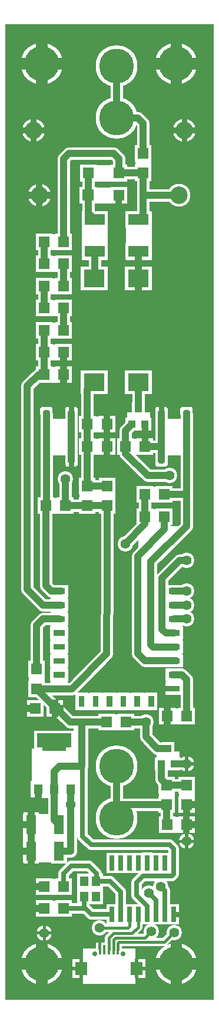
<source format=gbr>
%FSLAX34Y34*%
%MOMM*%
%LNSILK_TOP*%
G71*
G01*
%ADD10C, 1.80*%
%ADD11R, 2.40X2.40*%
%ADD12R, 3.80X2.40*%
%ADD13C, 2.20*%
%ADD14R, 2.20X2.40*%
%ADD15R, 4.50X2.40*%
%ADD16R, 5.80X2.80*%
%ADD17R, 2.18X3.59*%
%ADD18C, 1.00*%
%ADD19R, 1.50X3.00*%
%ADD20R, 2.00X2.20*%
%ADD21C, 1.50*%
%ADD22R, 1.20X2.15*%
%ADD23R, 2.60X2.70*%
%ADD24C, 1.50*%
%ADD25C, 1.20*%
%ADD26C, 6.00*%
%ADD27C, 0.10*%
%ADD28C, 6.00*%
%ADD29R, 4.00X3.50*%
%ADD30R, 1.60X2.20*%
%ADD31R, 1.90X1.90*%
%ADD32C, 3.30*%
%ADD33C, 1.00*%
%ADD34C, 1.00*%
%ADD35C, 1.00*%
%ADD36C, 1.00*%
%ADD37C, 0.47*%
%ADD38C, 0.70*%
%ADD39C, 0.40*%
%ADD40C, 0.50*%
%ADD41C, 0.46*%
%ADD42C, 1.67*%
%ADD43C, 0.80*%
%ADD44C, 1.00*%
%ADD45R, 1.60X1.60*%
%ADD46R, 3.00X1.60*%
%ADD47C, 1.40*%
%ADD48R, 1.20X1.40*%
%ADD49R, 3.50X1.40*%
%ADD50R, 5.00X2.00*%
%ADD51R, 1.38X2.79*%
%ADD52R, 0.70X2.20*%
%ADD53R, 0.40X1.35*%
%ADD54R, 1.80X1.90*%
%ADD55C, 0.70*%
%ADD56C, 5.00*%
%ADD57C, 5.00*%
%ADD58R, 3.00X2.50*%
%ADD59R, 0.80X1.40*%
%ADD60R, 1.10X1.10*%
%ADD61C, 2.50*%
%LPD*%
G36*
X0Y1000000D02*
X-300000Y1000000D01*
X-300000Y-400000D01*
X0Y-400000D01*
X0Y1000000D01*
G37*
%LPC*%
G54D10*
X-140036Y940317D02*
X-140035Y865313D01*
G54D10*
X-140141Y-139682D02*
X-140142Y-64678D01*
X-101935Y814513D02*
G54D11*
D03*
X-101935Y786513D02*
G54D11*
D03*
G54D10*
X-101935Y814513D02*
X-101935Y857585D01*
X-109538Y865188D01*
X-139909Y865188D01*
X-140035Y865313D01*
X-136860Y754760D02*
G54D11*
D03*
G36*
X-168860Y766763D02*
X-192860Y766763D01*
X-192860Y742763D01*
X-168860Y742763D01*
X-168860Y766763D01*
G37*
X-180860Y786513D02*
G54D11*
D03*
X-136860Y786513D02*
G54D11*
D03*
X-108395Y719841D02*
G54D12*
D03*
X-108390Y673738D02*
G54D12*
D03*
G54D10*
X-101935Y786513D02*
X-136860Y786513D01*
G54D10*
X-180860Y754763D02*
X-180860Y786513D01*
X-171335Y719838D02*
G54D12*
D03*
X-171335Y673738D02*
G54D12*
D03*
G54D10*
X-180860Y754763D02*
X-180860Y729363D01*
X-171335Y719838D01*
X-243785Y688088D02*
G54D11*
D03*
X-215785Y688088D02*
G54D11*
D03*
X-243785Y656338D02*
G54D11*
D03*
X-215785Y656338D02*
G54D11*
D03*
X-243785Y624588D02*
G54D11*
D03*
X-215785Y624588D02*
G54D11*
D03*
X-243785Y592838D02*
G54D11*
D03*
X-215785Y592838D02*
G54D11*
D03*
X-243785Y561088D02*
G54D11*
D03*
X-215785Y561088D02*
G54D11*
D03*
X-243785Y529338D02*
G54D11*
D03*
X-215785Y529335D02*
G54D11*
D03*
G54D10*
X-243785Y688088D02*
X-243785Y656338D01*
G54D10*
X-215785Y656338D02*
X-215785Y624588D01*
G54D10*
X-243785Y624588D02*
X-243785Y592838D01*
G54D10*
X-215785Y592838D02*
X-215785Y561088D01*
G54D10*
X-243785Y561088D02*
X-243785Y529338D01*
G54D10*
X-171335Y673738D02*
X-171335Y635809D01*
X-171838Y635306D01*
X-243785Y497588D02*
G54D11*
D03*
X-215785Y497585D02*
G54D11*
D03*
G54D10*
X-243785Y529338D02*
X-243785Y497588D01*
G54D10*
X-108338Y447981D02*
X-108338Y486081D01*
X-126838Y394031D02*
G54D11*
D03*
X-98840Y394030D02*
G54D11*
D03*
G54D10*
X-126838Y394031D02*
X-126838Y416781D01*
X-117838Y425781D01*
X-181825Y394031D02*
G54D11*
D03*
X-153830Y394030D02*
G54D11*
D03*
X-181825Y425781D02*
G54D11*
D03*
X-153830Y425780D02*
G54D11*
D03*
G54D10*
X-181825Y394031D02*
X-181825Y425781D01*
X-181825Y476093D01*
X-171838Y486081D01*
X-181825Y308881D02*
G54D11*
D03*
X-181825Y336881D02*
G54D11*
D03*
X-153825Y308881D02*
G54D11*
D03*
X-153825Y336881D02*
G54D11*
D03*
G54D10*
X-153825Y336881D02*
X-181825Y336881D01*
X-181825Y394031D01*
G54D10*
X-181825Y308881D02*
X-153825Y308881D01*
G54D10*
X-240788Y439738D02*
X-240788Y375738D01*
G36*
X-249788Y439738D02*
X-231788Y439738D01*
X-231788Y448738D01*
X-249788Y448738D01*
X-249788Y439738D01*
G37*
X-241575Y308881D02*
G54D11*
D03*
X-213575Y308881D02*
G54D11*
D03*
G54D10*
X-240788Y375738D02*
X-240788Y309668D01*
X-241575Y308881D01*
G54D10*
X-213575Y308881D02*
X-181825Y308881D01*
G54D10*
X-39291Y439738D02*
X-39291Y375738D01*
X-39302Y279920D01*
G36*
X-48291Y439738D02*
X-30291Y439738D01*
X-30291Y448738D01*
X-48291Y448738D01*
X-48291Y439738D01*
G37*
X-63912Y352756D02*
G54D13*
D03*
X-213575Y346981D02*
G54D13*
D03*
G54D10*
X-213575Y308881D02*
X-213575Y346981D01*
G36*
X-235947Y37264D02*
X-209947Y37264D01*
X-209947Y55264D01*
X-235947Y55264D01*
X-235947Y37264D01*
G37*
G54D10*
X-222947Y186264D02*
X-233890Y186264D01*
X-241501Y193878D01*
X-241575Y308881D01*
G36*
X-222947Y195264D02*
X-222947Y177264D01*
X-213947Y177264D01*
X-213947Y195264D01*
X-222947Y195264D01*
G37*
G54D10*
X-222947Y166264D02*
X-245640Y166264D01*
X-268288Y188912D01*
X-268288Y481012D01*
X-251712Y497588D01*
X-243785Y497588D01*
G36*
X-222947Y175264D02*
X-222947Y157264D01*
X-213947Y157264D01*
X-213947Y175264D01*
X-222947Y175264D01*
G37*
X-254697Y46264D02*
G54D11*
D03*
X-254697Y74264D02*
G54D11*
D03*
G54D10*
X-153825Y308881D02*
X-153825Y208124D01*
X-153988Y96838D01*
X-204560Y46264D01*
X-222947Y46264D01*
X-254697Y46264D01*
G54D10*
X-222947Y146264D02*
X-245640Y146264D01*
X-254695Y137222D01*
X-254697Y74264D01*
G36*
X-222947Y155264D02*
X-222947Y137264D01*
X-213947Y137264D01*
X-213947Y155264D01*
X-222947Y155264D01*
G37*
X-39298Y6564D02*
G54D11*
D03*
X-67300Y6560D02*
G54D11*
D03*
X-99041Y293188D02*
G54D11*
D03*
X-71041Y293188D02*
G54D11*
D03*
X-99041Y324938D02*
G54D11*
D03*
X-71041Y324938D02*
G54D11*
D03*
G54D10*
X-99041Y324938D02*
X-99041Y293188D01*
G54D10*
X-71041Y324938D02*
X-40188Y324938D01*
G54D10*
X-57232Y86264D02*
X-98964Y86264D01*
X-109538Y96838D01*
X-109437Y236692D01*
X-71056Y275018D01*
X-71041Y293188D01*
G36*
X-57232Y95264D02*
X-57232Y77264D01*
X-48232Y77264D01*
X-48232Y95264D01*
X-57232Y95264D01*
G37*
G54D10*
X-57232Y106264D02*
X-87214Y106264D01*
X-90488Y109538D01*
X-90488Y228600D01*
X-39302Y279920D01*
G36*
X-57232Y115264D02*
X-57232Y97264D01*
X-48232Y97264D01*
X-48232Y115264D01*
X-57232Y115264D01*
G37*
X-39298Y230188D02*
G54D13*
D03*
X-127412Y254330D02*
G54D13*
D03*
G54D10*
X-126838Y394031D02*
X-126838Y384013D01*
X-95362Y352720D01*
X-63912Y352756D01*
X-39298Y186264D02*
G54D13*
D03*
X-39298Y166264D02*
G54D13*
D03*
X-39298Y146264D02*
G54D13*
D03*
G54D10*
X-39298Y186264D02*
X-57232Y186264D01*
G36*
X-57232Y177264D02*
X-57232Y195264D01*
X-66232Y195264D01*
X-66232Y177264D01*
X-57232Y177264D01*
G37*
G54D10*
X-39298Y166264D02*
X-57232Y166264D01*
G36*
X-57232Y157264D02*
X-57232Y175264D01*
X-66232Y175264D01*
X-66232Y157264D01*
X-57232Y157264D01*
G37*
G54D10*
X-39298Y146264D02*
X-57232Y146264D01*
G36*
X-57232Y137264D02*
X-57232Y155264D01*
X-66232Y155264D01*
X-66232Y137264D01*
X-57232Y137264D01*
G37*
G54D10*
X-39298Y230188D02*
X-49212Y230188D01*
X-74612Y204788D01*
X-74612Y131762D01*
X-69114Y126264D01*
X-57232Y126264D01*
G54D10*
X-39298Y6564D02*
X-39298Y59538D01*
X-46038Y66278D01*
X-57232Y66264D01*
G36*
X-57221Y57264D02*
X-57243Y75264D01*
X-66243Y75254D01*
X-66221Y57254D01*
X-57221Y57264D01*
G37*
X-206297Y-97888D02*
G54D14*
D03*
G36*
X-218296Y-85889D02*
X-240296Y-85888D01*
X-240297Y-109888D01*
X-218297Y-109889D01*
X-218296Y-85889D01*
G37*
X-252300Y-97890D02*
G54D14*
D03*
X-229297Y-35889D02*
G54D15*
D03*
X-229297Y-27951D02*
G54D16*
D03*
X-154506Y-1360D02*
G54D11*
D03*
X-126506Y-1360D02*
G54D11*
D03*
G54D10*
X-154506Y-1360D02*
X-207072Y-1360D01*
X-254697Y46264D01*
X-97931Y-1360D02*
G54D13*
D03*
G54D10*
X-126506Y-1360D02*
X-97931Y-1360D01*
X-97949Y-22650D01*
X-81190Y-39460D01*
X-66181Y-39460D01*
X-222946Y-148688D02*
G54D17*
D03*
X-262850Y-148690D02*
G54D17*
D03*
X-39300Y-119860D02*
G54D11*
D03*
X-39298Y-91860D02*
G54D11*
D03*
X-67872Y-119860D02*
G54D11*
D03*
X-67872Y-91860D02*
G54D11*
D03*
X-67476Y-148832D02*
G54D11*
D03*
X-39480Y-148830D02*
G54D11*
D03*
X-39218Y-61660D02*
G54D13*
D03*
G54D10*
X-75681Y-61660D02*
X-75681Y-84052D01*
X-67872Y-91860D01*
X-39298Y-91860D01*
G54D10*
X-67872Y-119860D02*
X-137314Y-119860D01*
G54D10*
X-67872Y-119860D02*
X-67872Y-148436D01*
X-67476Y-148832D01*
G54D18*
X-56681Y-61660D02*
X-39218Y-61660D01*
G54D10*
X-222946Y-186788D02*
X-206315Y-186788D01*
X-206297Y-97888D01*
X-39300Y-172870D02*
G54D13*
D03*
X-57780Y-277890D02*
G54D19*
D03*
X-70484Y-277890D02*
G54D19*
D03*
X-83184Y-277890D02*
G54D19*
D03*
X-95884Y-277890D02*
G54D19*
D03*
X-108584Y-277890D02*
G54D19*
D03*
X-121284Y-277890D02*
G54D19*
D03*
X-133984Y-277890D02*
G54D19*
D03*
X-146684Y-277890D02*
G54D19*
D03*
X-146684Y-203890D02*
G54D19*
D03*
X-133984Y-203890D02*
G54D19*
D03*
X-121284Y-203890D02*
G54D19*
D03*
X-108584Y-203890D02*
G54D19*
D03*
G36*
X-88383Y-188890D02*
X-103383Y-188890D01*
X-103384Y-218890D01*
X-88384Y-218890D01*
X-88383Y-188890D01*
G37*
X-83184Y-203890D02*
G54D19*
D03*
X-70484Y-203890D02*
G54D19*
D03*
X-57784Y-203890D02*
G54D19*
D03*
X-76788Y-237418D02*
G54D13*
D03*
X-93600Y-246938D02*
G54D13*
D03*
X-186767Y-229976D02*
G54D20*
D03*
X-186767Y-251804D02*
G54D20*
D03*
X-169701Y-229976D02*
G54D20*
D03*
X-169701Y-251804D02*
G54D20*
D03*
G54D21*
X-133984Y-277890D02*
X-133984Y-245429D01*
X-149454Y-229958D01*
X-169701Y-229976D01*
G54D21*
X-186767Y-251804D02*
X-186767Y-267258D01*
X-176154Y-277842D01*
X-146684Y-277890D01*
X-243800Y-237590D02*
G54D11*
D03*
X-215797Y-237588D02*
G54D11*
D03*
G54D21*
X-215797Y-269338D02*
X-185672Y-269338D01*
G54D21*
X-215797Y-237588D02*
X-215797Y-218972D01*
X-204788Y-207962D01*
X-179388Y-207962D01*
G54D21*
X-168378Y-224888D02*
X-168378Y-218972D01*
X-179388Y-207962D01*
G54D10*
X-190103Y-3175D02*
X-190103Y-65088D01*
X-221853Y-65088D01*
X-229296Y-72531D01*
X-229296Y-97888D01*
X-229296Y-142338D01*
X-222946Y-148688D01*
X-137812Y-328612D02*
G54D22*
D03*
X-144312Y-328612D02*
G54D22*
D03*
X-150812Y-328612D02*
G54D22*
D03*
X-157312Y-328612D02*
G54D22*
D03*
X-163810Y-328610D02*
G54D22*
D03*
X-110810Y-355360D02*
G54D23*
D03*
X-190810Y-355360D02*
G54D23*
D03*
X-130810Y-333860D02*
G54D24*
D03*
X-170810Y-333860D02*
G54D24*
D03*
G54D25*
X-108584Y-277890D02*
X-108584Y-295909D01*
X-117475Y-304800D01*
X-144462Y-304800D01*
X-150812Y-311150D01*
X-150812Y-328612D01*
G54D25*
X-57784Y-303846D02*
X-71438Y-317500D01*
X-136525Y-317500D01*
X-137812Y-318788D01*
X-137812Y-328612D01*
X-89631Y-301707D02*
G54D13*
D03*
G54D25*
X-144312Y-328612D02*
X-144312Y-314325D01*
X-141138Y-311150D01*
X-99074Y-311150D01*
X-89631Y-301707D01*
G54D25*
X-121284Y-277890D02*
X-121284Y-294321D01*
X-123825Y-296862D01*
X-164161Y-296862D01*
X-164161Y-296862D02*
G54D13*
D03*
X-243800Y-304260D02*
G54D13*
D03*
X-206297Y-120114D02*
G54D13*
D03*
X-56990Y-303846D02*
G54D13*
D03*
G54D21*
X-70484Y-277890D02*
X-70484Y-243721D01*
X-76788Y-237418D01*
G54D21*
X-83184Y-277890D02*
X-83184Y-257354D01*
X-93600Y-246938D01*
G54D21*
X-188595Y-56753D02*
X-188595Y-165497D01*
X-176292Y-177800D01*
X-63579Y-177800D01*
X-57773Y-183607D01*
X-57784Y-203947D01*
X-57798Y-218106D01*
X-57798Y-219723D01*
X-60325Y-222250D01*
X-101600Y-222250D01*
X-111125Y-231775D01*
X-111125Y-250825D01*
X-95884Y-266066D01*
X-95884Y-277890D01*
X-53975Y-348672D02*
G54D26*
D03*
X-247650Y-348672D02*
G54D26*
D03*
X-53975Y943553D02*
G54D26*
D03*
X-247650Y943553D02*
G54D26*
D03*
X-222946Y-186788D02*
G54D17*
D03*
X-262850Y-186790D02*
G54D17*
D03*
X-243800Y-269340D02*
G54D11*
D03*
X-215797Y-269338D02*
G54D11*
D03*
G36*
X-193000Y328096D02*
X-193000Y317778D01*
X-142597Y317778D01*
X-142597Y328096D01*
X-193000Y328096D01*
G37*
G54D27*
X-193000Y328096D02*
X-193000Y317778D01*
X-142597Y317778D01*
X-142597Y328096D01*
X-193000Y328096D01*
G36*
X-112935Y775513D02*
X-90935Y775513D01*
X-90935Y825513D01*
X-112935Y825513D01*
X-112935Y775513D01*
G37*
G54D27*
X-112935Y775513D02*
X-90935Y775513D01*
X-90935Y825513D01*
X-112935Y825513D01*
X-112935Y775513D01*
G36*
X-204785Y677088D02*
X-204785Y699088D01*
X-254785Y699088D01*
X-254785Y677088D01*
X-204785Y677088D01*
G37*
G54D27*
X-204785Y677088D02*
X-204785Y699088D01*
X-254785Y699088D01*
X-254785Y677088D01*
X-204785Y677088D01*
G36*
X-204785Y645338D02*
X-204785Y667338D01*
X-254785Y667338D01*
X-254785Y645338D01*
X-204785Y645338D01*
G37*
G54D27*
X-204785Y645338D02*
X-204785Y667338D01*
X-254785Y667338D01*
X-254785Y645338D01*
X-204785Y645338D01*
G36*
X-204785Y613588D02*
X-204785Y635588D01*
X-254785Y635588D01*
X-254785Y613588D01*
X-204785Y613588D01*
G37*
G54D27*
X-204785Y613588D02*
X-204785Y635588D01*
X-254785Y635588D01*
X-254785Y613588D01*
X-204785Y613588D01*
G36*
X-204785Y581838D02*
X-204785Y603838D01*
X-254785Y603838D01*
X-254785Y581838D01*
X-204785Y581838D01*
G37*
G54D27*
X-204785Y581838D02*
X-204785Y603838D01*
X-254785Y603838D01*
X-254785Y581838D01*
X-204785Y581838D01*
G36*
X-204785Y550088D02*
X-204785Y572088D01*
X-254785Y572088D01*
X-254785Y550088D01*
X-204785Y550088D01*
G37*
G54D27*
X-204785Y550088D02*
X-204785Y572088D01*
X-254785Y572088D01*
X-254785Y550088D01*
X-204785Y550088D01*
G36*
X-204785Y518338D02*
X-204785Y540338D01*
X-254785Y540338D01*
X-254785Y518338D01*
X-204785Y518338D01*
G37*
G54D27*
X-204785Y518338D02*
X-204785Y540338D01*
X-254785Y540338D01*
X-254785Y518338D01*
X-204785Y518338D01*
G36*
X-204785Y486588D02*
X-204785Y508588D01*
X-254785Y508588D01*
X-254785Y486588D01*
X-204785Y486588D01*
G37*
G54D27*
X-204785Y486588D02*
X-204785Y508588D01*
X-254785Y508588D01*
X-254785Y486588D01*
X-204785Y486588D01*
G36*
X-125724Y775302D02*
X-125724Y797699D01*
X-191996Y797699D01*
X-191996Y775302D01*
X-125724Y775302D01*
G37*
G54D27*
X-125724Y775302D02*
X-125724Y797699D01*
X-191996Y797699D01*
X-191996Y775302D01*
X-125724Y775302D01*
G36*
X-125723Y743578D02*
X-125723Y765975D01*
X-191995Y765975D01*
X-191995Y743578D01*
X-125723Y743578D01*
G37*
G54D27*
X-125723Y743578D02*
X-125723Y765975D01*
X-191995Y765975D01*
X-191995Y743578D01*
X-125723Y743578D01*
G36*
X-90053Y662465D02*
X-90053Y731118D01*
X-126737Y731118D01*
X-126737Y662465D01*
X-90053Y662465D01*
G37*
G54D27*
X-90053Y662465D02*
X-90053Y731118D01*
X-126737Y731118D01*
X-126737Y662465D01*
X-90053Y662465D01*
G36*
X-152992Y662462D02*
X-152992Y731115D01*
X-189677Y731115D01*
X-189677Y662462D01*
X-152992Y662462D01*
G37*
G54D27*
X-152992Y662462D02*
X-152992Y731115D01*
X-189677Y731115D01*
X-189677Y662462D01*
X-152992Y662462D01*
G54D10*
X-98840Y394030D02*
X-76530Y394030D01*
G36*
X-76530Y403030D02*
X-76530Y385030D01*
X-67530Y385030D01*
X-67530Y403030D01*
X-76530Y403030D01*
G37*
G54D10*
X-75290Y439740D02*
X-75290Y375740D01*
G36*
X-84290Y439740D02*
X-66290Y439740D01*
X-66290Y448740D01*
X-84290Y448740D01*
X-84290Y439740D01*
G37*
G36*
X-66290Y375740D02*
X-84290Y375740D01*
X-84290Y366740D01*
X-66290Y366740D01*
X-66290Y375740D01*
G37*
G54D10*
X-204790Y439740D02*
X-204790Y375740D01*
G36*
X-213790Y439740D02*
X-195790Y439740D01*
X-195790Y448740D01*
X-213790Y448740D01*
X-213790Y439740D01*
G37*
G36*
X-195790Y375740D02*
X-213790Y375740D01*
X-213790Y366740D01*
X-195790Y366740D01*
X-195790Y375740D01*
G37*
G36*
X-31291Y433738D02*
X-83291Y433738D01*
X-83291Y381738D01*
X-31291Y381738D01*
X-31291Y433738D01*
G37*
G54D27*
X-31291Y433738D02*
X-83291Y433738D01*
X-83291Y381738D01*
X-31291Y381738D01*
X-31291Y433738D01*
G36*
X-87838Y405031D02*
X-137838Y405031D01*
X-137838Y383031D01*
X-87838Y383031D01*
X-87838Y405031D01*
G37*
G54D27*
X-87838Y405031D02*
X-137838Y405031D01*
X-137838Y383031D01*
X-87838Y383031D01*
X-87838Y405031D01*
G36*
X-92438Y443181D02*
X-124238Y443181D01*
X-124238Y430481D01*
X-92438Y430481D01*
X-92438Y443181D01*
G37*
G54D27*
X-92438Y443181D02*
X-124238Y443181D01*
X-124238Y430481D01*
X-92438Y430481D01*
X-92438Y443181D01*
G36*
X-142825Y436781D02*
X-192825Y436781D01*
X-192825Y414781D01*
X-142825Y414781D01*
X-142825Y436781D01*
G37*
G54D27*
X-142825Y436781D02*
X-192825Y436781D01*
X-192825Y414781D01*
X-142825Y414781D01*
X-142825Y436781D01*
G36*
X-142825Y405031D02*
X-192825Y405031D01*
X-192825Y383031D01*
X-142825Y383031D01*
X-142825Y405031D01*
G37*
G54D27*
X-142825Y405031D02*
X-192825Y405031D01*
X-192825Y383031D01*
X-142825Y383031D01*
X-142825Y405031D01*
G36*
X-196788Y433738D02*
X-248788Y433738D01*
X-248788Y381738D01*
X-196788Y381738D01*
X-196788Y433738D01*
G37*
G54D27*
X-196788Y433738D02*
X-248788Y433738D01*
X-248788Y381738D01*
X-196788Y381738D01*
X-196788Y433738D01*
G36*
X-202575Y319881D02*
X-252575Y319881D01*
X-252575Y297881D01*
X-202575Y297881D01*
X-202575Y319881D01*
G37*
G54D27*
X-202575Y319881D02*
X-252575Y319881D01*
X-252575Y297881D01*
X-202575Y297881D01*
X-202575Y319881D01*
G36*
X-60041Y335938D02*
X-110041Y335938D01*
X-110041Y313938D01*
X-60041Y313938D01*
X-60041Y335938D01*
G37*
G54D27*
X-60041Y335938D02*
X-110041Y335938D01*
X-110041Y313938D01*
X-60041Y313938D01*
X-60041Y335938D01*
G36*
X-60041Y304188D02*
X-110041Y304188D01*
X-110041Y282188D01*
X-60041Y282188D01*
X-60041Y304188D01*
G37*
G54D27*
X-60041Y304188D02*
X-110041Y304188D01*
X-110041Y282188D01*
X-60041Y282188D01*
X-60041Y304188D01*
G36*
X-243697Y85264D02*
X-265697Y85264D01*
X-265697Y35264D01*
X-243697Y35264D01*
X-243697Y85264D01*
G37*
G54D27*
X-243697Y85264D02*
X-265697Y85264D01*
X-265697Y35264D01*
X-243697Y35264D01*
X-243697Y85264D01*
G36*
X-28298Y17564D02*
X-78298Y17564D01*
X-78298Y-4436D01*
X-28298Y-4436D01*
X-28298Y17564D01*
G37*
G54D27*
X-28298Y17564D02*
X-78298Y17564D01*
X-78298Y-4436D01*
X-28298Y-4436D01*
X-28298Y17564D01*
G36*
X-115506Y9640D02*
X-165506Y9640D01*
X-165506Y-12360D01*
X-115506Y-12360D01*
X-115506Y9640D01*
G37*
G54D27*
X-115506Y9640D02*
X-165506Y9640D01*
X-165506Y-12360D01*
X-115506Y-12360D01*
X-115506Y9640D01*
G36*
X-50281Y-44260D02*
X-82081Y-44260D01*
X-82081Y-56960D01*
X-50281Y-56960D01*
X-50281Y-44260D01*
G37*
G54D27*
X-50281Y-44260D02*
X-82081Y-44260D01*
X-82081Y-56960D01*
X-50281Y-56960D01*
X-50281Y-44260D01*
G36*
X-196796Y-50389D02*
X-261797Y-50389D01*
X-261797Y-85388D01*
X-196796Y-85388D01*
X-196796Y-50389D01*
G37*
G54D27*
X-196796Y-50389D02*
X-261797Y-50389D01*
X-261797Y-85388D01*
X-196796Y-85388D01*
X-196796Y-50389D01*
G36*
X-28298Y-80860D02*
X-50298Y-80860D01*
X-50298Y-130861D01*
X-28298Y-130861D01*
X-28298Y-80860D01*
G37*
G54D27*
X-28298Y-80860D02*
X-50298Y-80860D01*
X-50298Y-130861D01*
X-28298Y-130861D01*
X-28298Y-80860D01*
G36*
X-56872Y-80860D02*
X-78873Y-80860D01*
X-78873Y-130860D01*
X-56872Y-130860D01*
X-56872Y-80860D01*
G37*
G54D27*
X-56872Y-80860D02*
X-78873Y-80860D01*
X-78873Y-130860D01*
X-56872Y-130860D01*
X-56872Y-80860D01*
G36*
X-28476Y-137832D02*
X-78476Y-137832D01*
X-78476Y-159832D01*
X-28476Y-159832D01*
X-28476Y-137832D01*
G37*
G54D27*
X-28476Y-137832D02*
X-78476Y-137832D01*
X-78476Y-159832D01*
X-28476Y-159832D01*
X-28476Y-137832D01*
G36*
X-211547Y-133688D02*
X-274247Y-133688D01*
X-274247Y-163688D01*
X-211547Y-163688D01*
X-211547Y-133688D01*
G37*
G54D27*
X-211547Y-133688D02*
X-274247Y-133688D01*
X-274247Y-163688D01*
X-211547Y-163688D01*
X-211547Y-133688D01*
G36*
X-211547Y-171788D02*
X-274247Y-171788D01*
X-274247Y-201788D01*
X-211547Y-201788D01*
X-211547Y-171788D01*
G37*
G54D27*
X-211547Y-171788D02*
X-274247Y-171788D01*
X-274247Y-201788D01*
X-211547Y-201788D01*
X-211547Y-171788D01*
G36*
X-211546Y-163688D02*
X-274246Y-163688D01*
X-274246Y-171788D01*
X-211546Y-171788D01*
X-211546Y-163688D01*
G37*
G54D27*
X-211546Y-163688D02*
X-274246Y-163688D01*
X-274246Y-171788D01*
X-211546Y-171788D01*
X-211546Y-163688D01*
G36*
X-162732Y-221991D02*
X-193720Y-221991D01*
X-193720Y-259791D01*
X-162732Y-259791D01*
X-162732Y-221991D01*
G37*
G54D27*
X-162732Y-221991D02*
X-193720Y-221991D01*
X-193720Y-259791D01*
X-162732Y-259791D01*
X-162732Y-221991D01*
G36*
X-204797Y-226588D02*
X-254797Y-226588D01*
X-254797Y-248588D01*
X-204797Y-248588D01*
X-204797Y-226588D01*
G37*
G54D27*
X-204797Y-226588D02*
X-254797Y-226588D01*
X-254797Y-248588D01*
X-204797Y-248588D01*
X-204797Y-226588D01*
G36*
X-204797Y-258338D02*
X-254797Y-258338D01*
X-254797Y-280338D01*
X-204797Y-280338D01*
X-204797Y-258338D01*
G37*
G54D27*
X-204797Y-258338D02*
X-254797Y-258338D01*
X-254797Y-280338D01*
X-204797Y-280338D01*
X-204797Y-258338D01*
G36*
X-113893Y-326469D02*
X-187893Y-326469D01*
X-187893Y-376419D01*
X-113893Y-376419D01*
X-113893Y-326469D01*
G37*
G54D27*
X-113893Y-326469D02*
X-187893Y-326469D01*
X-187893Y-376419D01*
X-113893Y-376419D01*
X-113893Y-326469D01*
G36*
X-107950Y-290512D02*
X-121284Y-290512D01*
X-121284Y-294321D01*
X-107950Y-294321D01*
X-107950Y-290512D01*
G37*
G54D27*
X-107950Y-290512D02*
X-121284Y-290512D01*
X-121284Y-294321D01*
X-107950Y-294321D01*
X-107950Y-290512D01*
G54D10*
X-262850Y-148690D02*
X-262850Y-186790D01*
G36*
X-188595Y-165497D02*
X-206297Y-165497D01*
X-206297Y-97888D01*
X-188595Y-97888D01*
X-188595Y-165497D01*
G37*
G54D27*
X-188595Y-165497D02*
X-206297Y-165497D01*
X-206297Y-97888D01*
X-188595Y-97888D01*
X-188595Y-165497D01*
G36*
X-196796Y-50389D02*
X-255588Y-50389D01*
X-255588Y-109538D01*
X-196796Y-109538D01*
X-196796Y-50389D01*
G37*
G54D27*
X-196796Y-50389D02*
X-255588Y-50389D01*
X-255588Y-109538D01*
X-196796Y-109538D01*
X-196796Y-50389D01*
G36*
X-200025Y-100012D02*
X-229296Y-100012D01*
X-229296Y-142338D01*
X-200025Y-142338D01*
X-200025Y-100012D01*
G37*
G54D27*
X-200025Y-100012D02*
X-229296Y-100012D01*
X-229296Y-142338D01*
X-200025Y-142338D01*
X-200025Y-100012D01*
G36*
X-70484Y-243721D02*
X-90488Y-243721D01*
X-90488Y-257175D01*
X-70484Y-257175D01*
X-70484Y-243721D01*
G37*
G54D27*
X-70484Y-243721D02*
X-90488Y-243721D01*
X-90488Y-257175D01*
X-70484Y-257175D01*
X-70484Y-243721D01*
G36*
X-196796Y-50389D02*
X-261938Y-50389D01*
X-261938Y-39688D01*
X-196796Y-39688D01*
X-196796Y-50389D01*
G37*
G54D27*
X-196796Y-50389D02*
X-261938Y-50389D01*
X-261938Y-39688D01*
X-196796Y-39688D01*
X-196796Y-50389D01*
G36*
X-201612Y-44450D02*
X-190103Y-44450D01*
X-190103Y-3175D01*
X-201612Y-3175D01*
X-201612Y-44450D01*
G37*
G54D27*
X-201612Y-44450D02*
X-190103Y-44450D01*
X-190103Y-3175D01*
X-201612Y-3175D01*
X-201612Y-44450D01*
G36*
X-234950Y50800D02*
X-211138Y50800D01*
X-211138Y193675D01*
X-234950Y193675D01*
X-234950Y50800D01*
G37*
G54D27*
X-234950Y50800D02*
X-211138Y50800D01*
X-211138Y193675D01*
X-234950Y193675D01*
X-234950Y50800D01*
G36*
X-82550Y40084D02*
X-198438Y40084D01*
X-198438Y16272D01*
X-82550Y16272D01*
X-82550Y40084D01*
G37*
G54D27*
X-82550Y40084D02*
X-198438Y40084D01*
X-198438Y16272D01*
X-82550Y16272D01*
X-82550Y40084D01*
G36*
X-39298Y186264D02*
X-75803Y186264D01*
X-75803Y146050D01*
X-39298Y146050D01*
X-39298Y186264D01*
G37*
G54D27*
X-39298Y186264D02*
X-75803Y186264D01*
X-75803Y146050D01*
X-39298Y146050D01*
X-39298Y186264D01*
G36*
X-45641Y78978D02*
X-95250Y78978D01*
X-95250Y171450D01*
X-45641Y171450D01*
X-45641Y78978D01*
G37*
G54D27*
X-45641Y78978D02*
X-95250Y78978D01*
X-95250Y171450D01*
X-45641Y171450D01*
X-45641Y78978D01*
G36*
X-88900Y123031D02*
X-109538Y123031D01*
X-109538Y96838D01*
X-88900Y96838D01*
X-88900Y123031D01*
G37*
G54D27*
X-88900Y123031D02*
X-109538Y123031D01*
X-109538Y96838D01*
X-88900Y96838D01*
X-88900Y123031D01*
G36*
X-92075Y101997D02*
X-98964Y101997D01*
X-98964Y86264D01*
X-92075Y86264D01*
X-92075Y101997D01*
G37*
G54D27*
X-92075Y101997D02*
X-98964Y101997D01*
X-98964Y86264D01*
X-92075Y86264D01*
X-92075Y101997D01*
G36*
X-109538Y96838D02*
X-90488Y96838D01*
X-90488Y228600D01*
X-109538Y228600D01*
X-109538Y96838D01*
G37*
G54D27*
X-109538Y96838D02*
X-90488Y96838D01*
X-90488Y228600D01*
X-109538Y228600D01*
X-109538Y96838D01*
G36*
X-68659Y40481D02*
X-47625Y40481D01*
X-47625Y66278D01*
X-68659Y66278D01*
X-68659Y40481D01*
G37*
G54D27*
X-68659Y40481D02*
X-47625Y40481D01*
X-47625Y66278D01*
X-68659Y66278D01*
X-68659Y40481D01*
G36*
X-39302Y279920D02*
X-66154Y279920D01*
X-71056Y275018D01*
X-71056Y293172D01*
X-71041Y293188D01*
X-99041Y293188D01*
X-99041Y276352D01*
X-108362Y267030D01*
X-108362Y237766D01*
X-109437Y236692D01*
X-109437Y221356D01*
X-106759Y218678D01*
X-94059Y218678D01*
X-92075Y220662D01*
X-92075Y227012D01*
X-90488Y228600D01*
X-90488Y228735D01*
X-39302Y279920D01*
G37*
G54D27*
X-39302Y279920D02*
X-66154Y279920D01*
X-71056Y275018D01*
X-71056Y293172D01*
X-71041Y293188D01*
X-99041Y293188D01*
X-99041Y276352D01*
X-108362Y267030D01*
X-108362Y237766D01*
X-109437Y236692D01*
X-109437Y221356D01*
X-106759Y218678D01*
X-94059Y218678D01*
X-92075Y220662D01*
X-92075Y227012D01*
X-90488Y228600D01*
X-90488Y228735D01*
X-39302Y279920D01*
X-140036Y940317D02*
G54D28*
D03*
X-140141Y-139682D02*
G54D28*
D03*
X-140035Y865313D02*
G54D28*
D03*
X-140142Y-64678D02*
G54D28*
D03*
X-171838Y635306D02*
G54D29*
D03*
X-108340Y635310D02*
G54D29*
D03*
X-171838Y486081D02*
G54D29*
D03*
X-108338Y486081D02*
G54D29*
D03*
X-204790Y439740D02*
G54D30*
D03*
X-204790Y375740D02*
G54D30*
D03*
X-240788Y375738D02*
G54D30*
D03*
X-240788Y439738D02*
G54D30*
D03*
X-39291Y439738D02*
G54D30*
D03*
X-39291Y375738D02*
G54D30*
D03*
X-75281Y375738D02*
G54D30*
D03*
X-75281Y439738D02*
G54D30*
D03*
G36*
X-235589Y57264D02*
X-209589Y57264D01*
X-209589Y75264D01*
X-235589Y75264D01*
X-235589Y57264D01*
G37*
G36*
X-235589Y77264D02*
X-209589Y77264D01*
X-209589Y95264D01*
X-235589Y95264D01*
X-235589Y77264D01*
G37*
G36*
X-235589Y97264D02*
X-209589Y97264D01*
X-209589Y115264D01*
X-235589Y115264D01*
X-235589Y97264D01*
G37*
G36*
X-235589Y117264D02*
X-209589Y117264D01*
X-209589Y135264D01*
X-235589Y135264D01*
X-235589Y117264D01*
G37*
G36*
X-235589Y137264D02*
X-209589Y137264D01*
X-209589Y155264D01*
X-235589Y155264D01*
X-235589Y137264D01*
G37*
G36*
X-235589Y157264D02*
X-209589Y157264D01*
X-209589Y175264D01*
X-235589Y175264D01*
X-235589Y157264D01*
G37*
G36*
X-235589Y177264D02*
X-209589Y177264D01*
X-209589Y195264D01*
X-235589Y195264D01*
X-235589Y177264D01*
G37*
G36*
X-69873Y37260D02*
X-43873Y37260D01*
X-43873Y55260D01*
X-69873Y55260D01*
X-69873Y37260D01*
G37*
G36*
X-69874Y57264D02*
X-43874Y57264D01*
X-43874Y75264D01*
X-69874Y75264D01*
X-69874Y57264D01*
G37*
G36*
X-69874Y77264D02*
X-43874Y77264D01*
X-43874Y95264D01*
X-69874Y95264D01*
X-69874Y77264D01*
G37*
G36*
X-69874Y97264D02*
X-43874Y97264D01*
X-43874Y115264D01*
X-69874Y115264D01*
X-69874Y97264D01*
G37*
G36*
X-69874Y117264D02*
X-43874Y117264D01*
X-43874Y135264D01*
X-69874Y135264D01*
X-69874Y117264D01*
G37*
G36*
X-69874Y137264D02*
X-43874Y137264D01*
X-43874Y155264D01*
X-69874Y155264D01*
X-69874Y137264D01*
G37*
G36*
X-69874Y157264D02*
X-43874Y157264D01*
X-43874Y175264D01*
X-69874Y175264D01*
X-69874Y157264D01*
G37*
G36*
X-69874Y177264D02*
X-43874Y177264D01*
X-43874Y195264D01*
X-69874Y195264D01*
X-69874Y177264D01*
G37*
G36*
X-199090Y41130D02*
X-199090Y15130D01*
X-181090Y15130D01*
X-181090Y41130D01*
X-199090Y41130D01*
G37*
G36*
X-179090Y41130D02*
X-179090Y15130D01*
X-161090Y15130D01*
X-161090Y41130D01*
X-179090Y41130D01*
G37*
G36*
X-159090Y41130D02*
X-159090Y15130D01*
X-141090Y15130D01*
X-141090Y41130D01*
X-159090Y41130D01*
G37*
G36*
X-139090Y41130D02*
X-139090Y15130D01*
X-121090Y15130D01*
X-121090Y41130D01*
X-139090Y41130D01*
G37*
G36*
X-119090Y41130D02*
X-119090Y15130D01*
X-101090Y15130D01*
X-101090Y41130D01*
X-119090Y41130D01*
G37*
G36*
X-99090Y41130D02*
X-99090Y15130D01*
X-81090Y15130D01*
X-81090Y41130D01*
X-99090Y41130D01*
G37*
G36*
X-235589Y37264D02*
X-209589Y37264D01*
X-209589Y55264D01*
X-235589Y55264D01*
X-235589Y37264D01*
G37*
G54D10*
X-99041Y293188D02*
X-99041Y282702D01*
X-127412Y254330D01*
X-117838Y425781D02*
G54D31*
D03*
X-98840Y425780D02*
G54D31*
D03*
X-108338Y447981D02*
G54D31*
D03*
X-75681Y-61660D02*
G54D31*
D03*
X-56680Y-61660D02*
G54D31*
D03*
X-66181Y-39460D02*
G54D31*
D03*
X-256390Y17860D02*
G54D11*
D03*
X-228392Y17858D02*
G54D11*
D03*
G54D10*
X-101935Y786513D02*
X-101935Y726302D01*
X-108395Y719841D01*
G54D10*
X-136860Y786513D02*
X-136860Y806785D01*
X-144462Y814388D01*
X-208127Y814388D01*
X-215730Y806785D01*
X-215785Y688088D01*
X-251160Y754760D02*
G54D32*
D03*
X-50460Y754760D02*
G54D32*
D03*
G54D10*
X-50460Y754760D02*
X-101504Y754760D01*
X-42210Y847730D02*
G54D32*
D03*
X-259380Y847730D02*
G54D32*
D03*
%LPD*%
G54D33*
G36*
X-141846Y754760D02*
X-141846Y742260D01*
X-131874Y742260D01*
X-131874Y754760D01*
X-141846Y754760D01*
G37*
G54D33*
G36*
X-113377Y673738D02*
X-113377Y661238D01*
X-103404Y661238D01*
X-103404Y673738D01*
X-113377Y673738D01*
G37*
G54D33*
G36*
X-220772Y529335D02*
X-220772Y516835D01*
X-210798Y516835D01*
X-210798Y529335D01*
X-220772Y529335D01*
G37*
G54D34*
G36*
X-220798Y497585D02*
X-220798Y485085D01*
X-210772Y485085D01*
X-210772Y497585D01*
X-220798Y497585D01*
G37*
G36*
X-210772Y497585D02*
X-210772Y510085D01*
X-220798Y510085D01*
X-220798Y497585D01*
X-210772Y497585D01*
G37*
G54D33*
G36*
X-98840Y389044D02*
X-86340Y389044D01*
X-86340Y399016D01*
X-98840Y399016D01*
X-98840Y389044D01*
G37*
G36*
X-93854Y394030D02*
X-93854Y406530D01*
X-103826Y406530D01*
X-103826Y394030D01*
X-93854Y394030D01*
G37*
G54D33*
G36*
X-158816Y394030D02*
X-158816Y381530D01*
X-148844Y381530D01*
X-148844Y394030D01*
X-158816Y394030D01*
G37*
G36*
X-148844Y394030D02*
X-148844Y406530D01*
X-158816Y406530D01*
X-158816Y394030D01*
X-148844Y394030D01*
G37*
G54D34*
G36*
X-158844Y425780D02*
X-158844Y413280D01*
X-148816Y413280D01*
X-148816Y425780D01*
X-158844Y425780D01*
G37*
G36*
X-148816Y425780D02*
X-148816Y438280D01*
X-158844Y438280D01*
X-158844Y425780D01*
X-148816Y425780D01*
G37*
G54D33*
G36*
X-62314Y6560D02*
X-62314Y19060D01*
X-72286Y19060D01*
X-72286Y6560D01*
X-62314Y6560D01*
G37*
G36*
X-72286Y6560D02*
X-72286Y-5940D01*
X-62314Y-5940D01*
X-62314Y6560D01*
X-72286Y6560D01*
G37*
G54D35*
G36*
X-257320Y-97890D02*
X-257320Y-110390D01*
X-247280Y-110390D01*
X-247280Y-97890D01*
X-257320Y-97890D01*
G37*
G54D36*
G36*
X-257836Y-148690D02*
X-257836Y-130240D01*
X-267864Y-130240D01*
X-267864Y-148690D01*
X-257836Y-148690D01*
G37*
G36*
X-262850Y-143676D02*
X-274250Y-143676D01*
X-274250Y-153704D01*
X-262850Y-153704D01*
X-262850Y-143676D01*
G37*
G36*
X-267864Y-148690D02*
X-267864Y-167140D01*
X-257836Y-167140D01*
X-257836Y-148690D01*
X-267864Y-148690D01*
G37*
G54D33*
G36*
X-39300Y-124846D02*
X-26800Y-124846D01*
X-26800Y-114874D01*
X-39300Y-114874D01*
X-39300Y-124846D01*
G37*
G36*
X-44286Y-119860D02*
X-44286Y-132360D01*
X-34314Y-132360D01*
X-34314Y-119860D01*
X-44286Y-119860D01*
G37*
G54D34*
G36*
X-44494Y-148830D02*
X-44494Y-161330D01*
X-34466Y-161330D01*
X-34466Y-148830D01*
X-44494Y-148830D01*
G37*
G36*
X-39480Y-153844D02*
X-26980Y-153844D01*
X-26980Y-143816D01*
X-39480Y-143816D01*
X-39480Y-153844D01*
G37*
G36*
X-34466Y-148830D02*
X-34466Y-136330D01*
X-44494Y-136330D01*
X-44494Y-148830D01*
X-34466Y-148830D01*
G37*
G54D37*
G36*
X-39218Y-59327D02*
X-50718Y-59327D01*
X-50718Y-63994D01*
X-39218Y-63994D01*
X-39218Y-59327D01*
G37*
G36*
X-41552Y-61660D02*
X-41552Y-73160D01*
X-36885Y-73160D01*
X-36885Y-61660D01*
X-41552Y-61660D01*
G37*
G36*
X-39218Y-63994D02*
X-27718Y-63994D01*
X-27718Y-59327D01*
X-39218Y-59327D01*
X-39218Y-63994D01*
G37*
G36*
X-36885Y-61660D02*
X-36885Y-50160D01*
X-41552Y-50160D01*
X-41552Y-61660D01*
X-36885Y-61660D01*
G37*
G54D37*
G36*
X-39300Y-170537D02*
X-50800Y-170537D01*
X-50800Y-175203D01*
X-39300Y-175203D01*
X-39300Y-170537D01*
G37*
G36*
X-41633Y-172870D02*
X-41633Y-184370D01*
X-36967Y-184370D01*
X-36967Y-172870D01*
X-41633Y-172870D01*
G37*
G36*
X-39300Y-175203D02*
X-27800Y-175203D01*
X-27800Y-170537D01*
X-39300Y-170537D01*
X-39300Y-175203D01*
G37*
G36*
X-36967Y-172870D02*
X-36967Y-161370D01*
X-41633Y-161370D01*
X-41633Y-172870D01*
X-36967Y-172870D01*
G37*
G54D38*
G36*
X-57780Y-281390D02*
X-49780Y-281390D01*
X-49780Y-274390D01*
X-57780Y-274390D01*
X-57780Y-281390D01*
G37*
G54D33*
G36*
X-243800Y-232604D02*
X-256300Y-232604D01*
X-256300Y-242576D01*
X-243800Y-242576D01*
X-243800Y-232604D01*
G37*
G54D39*
G36*
X-161810Y-328610D02*
X-161810Y-317360D01*
X-165810Y-317360D01*
X-165810Y-328610D01*
X-161810Y-328610D01*
G37*
G54D40*
G36*
X-108320Y-355360D02*
X-108320Y-341360D01*
X-113300Y-341360D01*
X-113300Y-355360D01*
X-108320Y-355360D01*
G37*
G36*
X-113300Y-355360D02*
X-113300Y-369360D01*
X-108320Y-369360D01*
X-108320Y-355360D01*
X-113300Y-355360D01*
G37*
G36*
X-110810Y-357850D02*
X-97310Y-357850D01*
X-97310Y-352870D01*
X-110810Y-352870D01*
X-110810Y-357850D01*
G37*
G54D40*
G36*
X-188320Y-355360D02*
X-188320Y-341360D01*
X-193300Y-341360D01*
X-193300Y-355360D01*
X-188320Y-355360D01*
G37*
G36*
X-190810Y-352870D02*
X-204310Y-352870D01*
X-204310Y-357850D01*
X-190810Y-357850D01*
X-190810Y-352870D01*
G37*
G36*
X-193300Y-355360D02*
X-193300Y-369360D01*
X-188320Y-369360D01*
X-188320Y-355360D01*
X-193300Y-355360D01*
G37*
G54D41*
G36*
X-243800Y-301950D02*
X-255300Y-301950D01*
X-255300Y-306570D01*
X-243800Y-306570D01*
X-243800Y-301950D01*
G37*
G36*
X-246110Y-304260D02*
X-246110Y-315760D01*
X-241490Y-315760D01*
X-241490Y-304260D01*
X-246110Y-304260D01*
G37*
G36*
X-243800Y-306570D02*
X-232300Y-306570D01*
X-232300Y-301950D01*
X-243800Y-301950D01*
X-243800Y-306570D01*
G37*
G36*
X-241490Y-304260D02*
X-241490Y-292760D01*
X-246110Y-292760D01*
X-246110Y-304260D01*
X-241490Y-304260D01*
G37*
G54D42*
G36*
X-45642Y-348672D02*
X-45642Y-318172D01*
X-62308Y-318172D01*
X-62308Y-348672D01*
X-45642Y-348672D01*
G37*
G36*
X-53975Y-340339D02*
X-84475Y-340339D01*
X-84475Y-357005D01*
X-53975Y-357005D01*
X-53975Y-340339D01*
G37*
G36*
X-62308Y-348672D02*
X-62308Y-379172D01*
X-45642Y-379172D01*
X-45642Y-348672D01*
X-62308Y-348672D01*
G37*
G36*
X-53975Y-357005D02*
X-23475Y-357005D01*
X-23475Y-340339D01*
X-53975Y-340339D01*
X-53975Y-357005D01*
G37*
G54D42*
G36*
X-239317Y-348672D02*
X-239317Y-318172D01*
X-255983Y-318172D01*
X-255983Y-348672D01*
X-239317Y-348672D01*
G37*
G36*
X-247650Y-340339D02*
X-278150Y-340339D01*
X-278150Y-357005D01*
X-247650Y-357005D01*
X-247650Y-340339D01*
G37*
G36*
X-255983Y-348672D02*
X-255983Y-379172D01*
X-239317Y-379172D01*
X-239317Y-348672D01*
X-255983Y-348672D01*
G37*
G36*
X-247650Y-357005D02*
X-217150Y-357005D01*
X-217150Y-340339D01*
X-247650Y-340339D01*
X-247650Y-357005D01*
G37*
G54D42*
G36*
X-45642Y943553D02*
X-45642Y974053D01*
X-62308Y974053D01*
X-62308Y943553D01*
X-45642Y943553D01*
G37*
G36*
X-53975Y951886D02*
X-84475Y951886D01*
X-84475Y935220D01*
X-53975Y935220D01*
X-53975Y951886D01*
G37*
G36*
X-62308Y943553D02*
X-62308Y913053D01*
X-45642Y913053D01*
X-45642Y943553D01*
X-62308Y943553D01*
G37*
G36*
X-53975Y935220D02*
X-23475Y935220D01*
X-23475Y951886D01*
X-53975Y951886D01*
X-53975Y935220D01*
G37*
G54D42*
G36*
X-239317Y943553D02*
X-239317Y974053D01*
X-255983Y974053D01*
X-255983Y943553D01*
X-239317Y943553D01*
G37*
G36*
X-247650Y951886D02*
X-278150Y951886D01*
X-278150Y935220D01*
X-247650Y935220D01*
X-247650Y951886D01*
G37*
G36*
X-255983Y943553D02*
X-255983Y913053D01*
X-239317Y913053D01*
X-239317Y943553D01*
X-255983Y943553D01*
G37*
G36*
X-247650Y935220D02*
X-217150Y935220D01*
X-217150Y951886D01*
X-247650Y951886D01*
X-247650Y935220D01*
G37*
G54D36*
G36*
X-257836Y-186790D02*
X-257836Y-168340D01*
X-267864Y-168340D01*
X-267864Y-186790D01*
X-257836Y-186790D01*
G37*
G36*
X-262850Y-181776D02*
X-274250Y-181776D01*
X-274250Y-191804D01*
X-262850Y-191804D01*
X-262850Y-181776D01*
G37*
G36*
X-267864Y-186790D02*
X-267864Y-205240D01*
X-257836Y-205240D01*
X-257836Y-186790D01*
X-267864Y-186790D01*
G37*
G54D33*
G36*
X-243800Y-264354D02*
X-256300Y-264354D01*
X-256300Y-274326D01*
X-243800Y-274326D01*
X-243800Y-264354D01*
G37*
G54D18*
G36*
X-103340Y635310D02*
X-103340Y653310D01*
X-113340Y653310D01*
X-113340Y635310D01*
X-103340Y635310D01*
G37*
G36*
X-113340Y635310D02*
X-113340Y617310D01*
X-103340Y617310D01*
X-103340Y635310D01*
X-113340Y635310D01*
G37*
G54D43*
G36*
X-208790Y439740D02*
X-208790Y428240D01*
X-200790Y428240D01*
X-200790Y439740D01*
X-208790Y439740D01*
G37*
G36*
X-200790Y439740D02*
X-200790Y451240D01*
X-208790Y451240D01*
X-208790Y439740D01*
X-200790Y439740D01*
G37*
G54D43*
G36*
X-208790Y375740D02*
X-208790Y364240D01*
X-200790Y364240D01*
X-200790Y375740D01*
X-208790Y375740D01*
G37*
G36*
X-200790Y375740D02*
X-200790Y387240D01*
X-208790Y387240D01*
X-208790Y375740D01*
X-200790Y375740D01*
G37*
G54D43*
G36*
X-71281Y375738D02*
X-71281Y387238D01*
X-79281Y387238D01*
X-79281Y375738D01*
X-71281Y375738D01*
G37*
G54D43*
G36*
X-79281Y439738D02*
X-79281Y428238D01*
X-71281Y428238D01*
X-71281Y439738D01*
X-79281Y439738D01*
G37*
G36*
X-71281Y439738D02*
X-71281Y451238D01*
X-79281Y451238D01*
X-79281Y439738D01*
X-71281Y439738D01*
G37*
G54D43*
G36*
X-56873Y50260D02*
X-70373Y50260D01*
X-70373Y42260D01*
X-56873Y42260D01*
X-56873Y50260D01*
G37*
G54D44*
G36*
X-103845Y425780D02*
X-103845Y415780D01*
X-93835Y415780D01*
X-93835Y425780D01*
X-103845Y425780D01*
G37*
G54D44*
G36*
X-56680Y-66665D02*
X-46680Y-66665D01*
X-46680Y-56655D01*
X-56680Y-56655D01*
X-56680Y-66665D01*
G37*
G54D33*
G36*
X-256390Y22846D02*
X-268890Y22846D01*
X-268890Y12874D01*
X-256390Y12874D01*
X-256390Y22846D01*
G37*
G54D34*
G36*
X-233406Y17858D02*
X-233406Y5358D01*
X-223379Y5358D01*
X-223379Y17858D01*
X-233406Y17858D01*
G37*
G36*
X-228392Y12844D02*
X-215892Y12844D01*
X-215892Y22871D01*
X-228392Y22871D01*
X-228392Y12844D01*
G37*
G36*
X-223379Y17858D02*
X-223379Y30358D01*
X-233406Y30358D01*
X-233406Y17858D01*
X-223379Y17858D01*
G37*
G54D18*
G36*
X-246160Y754760D02*
X-246160Y771760D01*
X-256160Y771760D01*
X-256160Y754760D01*
X-246160Y754760D01*
G37*
G36*
X-251160Y759760D02*
X-268160Y759760D01*
X-268160Y749760D01*
X-251160Y749760D01*
X-251160Y759760D01*
G37*
G36*
X-256160Y754760D02*
X-256160Y737760D01*
X-246160Y737760D01*
X-246160Y754760D01*
X-256160Y754760D01*
G37*
G36*
X-251160Y749760D02*
X-234160Y749760D01*
X-234160Y759760D01*
X-251160Y759760D01*
X-251160Y749760D01*
G37*
G54D43*
G36*
X-38210Y847730D02*
X-38210Y864730D01*
X-46210Y864730D01*
X-46210Y847730D01*
X-38210Y847730D01*
G37*
G36*
X-42210Y851730D02*
X-59210Y851730D01*
X-59210Y843730D01*
X-42210Y843730D01*
X-42210Y851730D01*
G37*
G36*
X-46210Y847730D02*
X-46210Y830730D01*
X-38210Y830730D01*
X-38210Y847730D01*
X-46210Y847730D01*
G37*
G36*
X-42210Y843730D02*
X-25210Y843730D01*
X-25210Y851730D01*
X-42210Y851730D01*
X-42210Y843730D01*
G37*
G54D43*
G36*
X-255380Y847730D02*
X-255380Y864730D01*
X-263380Y864730D01*
X-263380Y847730D01*
X-255380Y847730D01*
G37*
G36*
X-259380Y851730D02*
X-276380Y851730D01*
X-276380Y843730D01*
X-259380Y843730D01*
X-259380Y851730D01*
G37*
G36*
X-263380Y847730D02*
X-263380Y830730D01*
X-255380Y830730D01*
X-255380Y847730D01*
X-263380Y847730D01*
G37*
G36*
X-259380Y843730D02*
X-242380Y843730D01*
X-242380Y851730D01*
X-259380Y851730D01*
X-259380Y843730D01*
G37*
G54D18*
X-140036Y940317D02*
X-140035Y865313D01*
G54D18*
X-140141Y-139682D02*
X-140142Y-64678D01*
X-101935Y814513D02*
G54D45*
D03*
X-101935Y786513D02*
G54D45*
D03*
G54D18*
X-101935Y814513D02*
X-101935Y857585D01*
X-109538Y865188D01*
X-139909Y865188D01*
X-140035Y865313D01*
X-136860Y754760D02*
G54D45*
D03*
G36*
X-172860Y762763D02*
X-188860Y762763D01*
X-188860Y746763D01*
X-172860Y746763D01*
X-172860Y762763D01*
G37*
X-180860Y786513D02*
G54D45*
D03*
X-136860Y786513D02*
G54D45*
D03*
X-108395Y719841D02*
G54D46*
D03*
X-108390Y673738D02*
G54D46*
D03*
G54D18*
X-101935Y786513D02*
X-136860Y786513D01*
G54D18*
X-180860Y754763D02*
X-180860Y786513D01*
X-171335Y719838D02*
G54D46*
D03*
X-171335Y673738D02*
G54D46*
D03*
G54D18*
X-180860Y754763D02*
X-180860Y729363D01*
X-171335Y719838D01*
X-243785Y688088D02*
G54D45*
D03*
X-215785Y688088D02*
G54D45*
D03*
X-243785Y656338D02*
G54D45*
D03*
X-215785Y656338D02*
G54D45*
D03*
X-243785Y624588D02*
G54D45*
D03*
X-215785Y624588D02*
G54D45*
D03*
X-243785Y592838D02*
G54D45*
D03*
X-215785Y592838D02*
G54D45*
D03*
X-243785Y561088D02*
G54D45*
D03*
X-215785Y561088D02*
G54D45*
D03*
X-243785Y529338D02*
G54D45*
D03*
X-215785Y529335D02*
G54D45*
D03*
G54D18*
X-243785Y688088D02*
X-243785Y656338D01*
G54D18*
X-215785Y656338D02*
X-215785Y624588D01*
G54D18*
X-243785Y624588D02*
X-243785Y592838D01*
G54D18*
X-215785Y592838D02*
X-215785Y561088D01*
G54D18*
X-243785Y561088D02*
X-243785Y529338D01*
G54D18*
X-171335Y673738D02*
X-171335Y635809D01*
X-171838Y635306D01*
X-243785Y497588D02*
G54D45*
D03*
X-215785Y497585D02*
G54D45*
D03*
G54D18*
X-243785Y529338D02*
X-243785Y497588D01*
G54D18*
X-108338Y447981D02*
X-108338Y486081D01*
X-126838Y394031D02*
G54D45*
D03*
X-98840Y394030D02*
G54D45*
D03*
G54D18*
X-126838Y394031D02*
X-126838Y416781D01*
X-117838Y425781D01*
X-181825Y394031D02*
G54D45*
D03*
X-153830Y394030D02*
G54D45*
D03*
X-181825Y425781D02*
G54D45*
D03*
X-153830Y425780D02*
G54D45*
D03*
G54D18*
X-181825Y394031D02*
X-181825Y425781D01*
X-181825Y476093D01*
X-171838Y486081D01*
X-181825Y308881D02*
G54D45*
D03*
X-181825Y336881D02*
G54D45*
D03*
X-153825Y308881D02*
G54D45*
D03*
X-153825Y336881D02*
G54D45*
D03*
G54D18*
X-153825Y336881D02*
X-181825Y336881D01*
X-181825Y394031D01*
G54D18*
X-181825Y308881D02*
X-153825Y308881D01*
G54D18*
X-240788Y439738D02*
X-240788Y375738D01*
G36*
X-245788Y439738D02*
X-235788Y439738D01*
X-235788Y444738D01*
X-245788Y444738D01*
X-245788Y439738D01*
G37*
X-241575Y308881D02*
G54D45*
D03*
X-213575Y308881D02*
G54D45*
D03*
G54D18*
X-240788Y375738D02*
X-240788Y309668D01*
X-241575Y308881D01*
G54D18*
X-213575Y308881D02*
X-181825Y308881D01*
G54D18*
X-39291Y439738D02*
X-39291Y375738D01*
X-39302Y279920D01*
G36*
X-44291Y439738D02*
X-34291Y439738D01*
X-34291Y444738D01*
X-44291Y444738D01*
X-44291Y439738D01*
G37*
X-63912Y352756D02*
G54D47*
D03*
X-213575Y346981D02*
G54D47*
D03*
G54D18*
X-213575Y308881D02*
X-213575Y346981D01*
G36*
X-230947Y42264D02*
X-214947Y42264D01*
X-214947Y50264D01*
X-230947Y50264D01*
X-230947Y42264D01*
G37*
G54D18*
X-222947Y186264D02*
X-233890Y186264D01*
X-241501Y193878D01*
X-241575Y308881D01*
G36*
X-222947Y191264D02*
X-222947Y181264D01*
X-217947Y181264D01*
X-217947Y191264D01*
X-222947Y191264D01*
G37*
G54D18*
X-222947Y166264D02*
X-245640Y166264D01*
X-268288Y188912D01*
X-268288Y481012D01*
X-251712Y497588D01*
X-243785Y497588D01*
G36*
X-222947Y171264D02*
X-222947Y161264D01*
X-217947Y161264D01*
X-217947Y171264D01*
X-222947Y171264D01*
G37*
X-254697Y46264D02*
G54D45*
D03*
X-254697Y74264D02*
G54D45*
D03*
G54D18*
X-153825Y308881D02*
X-153825Y208124D01*
X-153988Y96838D01*
X-204560Y46264D01*
X-222947Y46264D01*
X-254697Y46264D01*
G54D18*
X-222947Y146264D02*
X-245640Y146264D01*
X-254695Y137222D01*
X-254697Y74264D01*
G36*
X-222947Y151264D02*
X-222947Y141264D01*
X-217947Y141264D01*
X-217947Y151264D01*
X-222947Y151264D01*
G37*
X-39298Y6564D02*
G54D45*
D03*
X-67300Y6560D02*
G54D45*
D03*
X-99041Y293188D02*
G54D45*
D03*
X-71041Y293188D02*
G54D45*
D03*
X-99041Y324938D02*
G54D45*
D03*
X-71041Y324938D02*
G54D45*
D03*
G54D18*
X-99041Y324938D02*
X-99041Y293188D01*
G54D18*
X-71041Y324938D02*
X-40188Y324938D01*
G54D18*
X-57232Y86264D02*
X-98964Y86264D01*
X-109538Y96838D01*
X-109437Y236692D01*
X-71056Y275018D01*
X-71041Y293188D01*
G36*
X-57232Y91264D02*
X-57232Y81264D01*
X-52232Y81264D01*
X-52232Y91264D01*
X-57232Y91264D01*
G37*
G54D18*
X-57232Y106264D02*
X-87214Y106264D01*
X-90488Y109538D01*
X-90488Y228600D01*
X-39302Y279920D01*
G36*
X-57232Y111264D02*
X-57232Y101264D01*
X-52232Y101264D01*
X-52232Y111264D01*
X-57232Y111264D01*
G37*
X-39298Y230188D02*
G54D47*
D03*
X-127412Y254330D02*
G54D47*
D03*
G54D18*
X-126838Y394031D02*
X-126838Y384013D01*
X-95362Y352720D01*
X-63912Y352756D01*
X-39298Y186264D02*
G54D47*
D03*
X-39298Y166264D02*
G54D47*
D03*
X-39298Y146264D02*
G54D47*
D03*
G54D18*
X-39298Y186264D02*
X-57232Y186264D01*
G36*
X-57232Y181264D02*
X-57232Y191264D01*
X-62232Y191264D01*
X-62232Y181264D01*
X-57232Y181264D01*
G37*
G54D18*
X-39298Y166264D02*
X-57232Y166264D01*
G36*
X-57232Y161264D02*
X-57232Y171264D01*
X-62232Y171264D01*
X-62232Y161264D01*
X-57232Y161264D01*
G37*
G54D18*
X-39298Y146264D02*
X-57232Y146264D01*
G36*
X-57232Y141264D02*
X-57232Y151264D01*
X-62232Y151264D01*
X-62232Y141264D01*
X-57232Y141264D01*
G37*
G54D18*
X-39298Y230188D02*
X-49212Y230188D01*
X-74612Y204788D01*
X-74612Y131762D01*
X-69114Y126264D01*
X-57232Y126264D01*
G54D18*
X-39298Y6564D02*
X-39298Y59538D01*
X-46038Y66278D01*
X-57232Y66264D01*
G36*
X-57226Y61264D02*
X-57238Y71264D01*
X-62238Y71258D01*
X-62226Y61258D01*
X-57226Y61264D01*
G37*
X-206297Y-97888D02*
G54D48*
D03*
G36*
X-223296Y-90889D02*
X-235296Y-90888D01*
X-235297Y-104888D01*
X-223297Y-104889D01*
X-223296Y-90889D01*
G37*
X-252300Y-97890D02*
G54D48*
D03*
X-229297Y-35889D02*
G54D49*
D03*
X-229297Y-27951D02*
G54D50*
D03*
X-154506Y-1360D02*
G54D45*
D03*
X-126506Y-1360D02*
G54D45*
D03*
G54D18*
X-154506Y-1360D02*
X-207072Y-1360D01*
X-254697Y46264D01*
X-97931Y-1360D02*
G54D47*
D03*
G54D18*
X-126506Y-1360D02*
X-97931Y-1360D01*
X-97949Y-22650D01*
X-81190Y-39460D01*
X-66181Y-39460D01*
X-222946Y-148688D02*
G54D51*
D03*
X-262850Y-148690D02*
G54D51*
D03*
X-39300Y-119860D02*
G54D45*
D03*
X-39298Y-91860D02*
G54D45*
D03*
X-67872Y-119860D02*
G54D45*
D03*
X-67872Y-91860D02*
G54D45*
D03*
X-67476Y-148832D02*
G54D45*
D03*
X-39480Y-148830D02*
G54D45*
D03*
X-39218Y-61660D02*
G54D47*
D03*
G54D18*
X-75681Y-61660D02*
X-75681Y-84052D01*
X-67872Y-91860D01*
X-39298Y-91860D01*
G54D18*
X-67872Y-119860D02*
X-137314Y-119860D01*
G54D18*
X-67872Y-119860D02*
X-67872Y-148436D01*
X-67476Y-148832D01*
G54D18*
X-56681Y-61660D02*
X-39218Y-61660D01*
G54D18*
X-222946Y-186788D02*
X-206315Y-186788D01*
X-206297Y-97888D01*
X-39300Y-172870D02*
G54D47*
D03*
X-57780Y-277890D02*
G54D52*
D03*
X-70484Y-277890D02*
G54D52*
D03*
X-83184Y-277890D02*
G54D52*
D03*
X-95884Y-277890D02*
G54D52*
D03*
X-108584Y-277890D02*
G54D52*
D03*
X-121284Y-277890D02*
G54D52*
D03*
X-133984Y-277890D02*
G54D52*
D03*
X-146684Y-277890D02*
G54D52*
D03*
X-146684Y-203890D02*
G54D52*
D03*
X-133984Y-203890D02*
G54D52*
D03*
X-121284Y-203890D02*
G54D52*
D03*
X-108584Y-203890D02*
G54D52*
D03*
G36*
X-92383Y-192890D02*
X-99383Y-192890D01*
X-99384Y-214890D01*
X-92384Y-214890D01*
X-92383Y-192890D01*
G37*
X-83184Y-203890D02*
G54D52*
D03*
X-70484Y-203890D02*
G54D52*
D03*
X-57784Y-203890D02*
G54D52*
D03*
X-76788Y-237418D02*
G54D47*
D03*
X-93600Y-246938D02*
G54D47*
D03*
X-186767Y-229976D02*
G54D48*
D03*
X-186767Y-251804D02*
G54D48*
D03*
X-169701Y-229976D02*
G54D48*
D03*
X-169701Y-251804D02*
G54D48*
D03*
G54D38*
X-133984Y-277890D02*
X-133984Y-245429D01*
X-149454Y-229958D01*
X-169701Y-229976D01*
G54D38*
X-186767Y-251804D02*
X-186767Y-267258D01*
X-176154Y-277842D01*
X-146684Y-277890D01*
X-243800Y-237590D02*
G54D45*
D03*
X-215797Y-237588D02*
G54D45*
D03*
G54D38*
X-215797Y-269338D02*
X-185672Y-269338D01*
G54D38*
X-215797Y-237588D02*
X-215797Y-218972D01*
X-204788Y-207962D01*
X-179388Y-207962D01*
G54D38*
X-168378Y-224888D02*
X-168378Y-218972D01*
X-179388Y-207962D01*
G54D18*
X-190103Y-3175D02*
X-190103Y-65088D01*
X-221853Y-65088D01*
X-229296Y-72531D01*
X-229296Y-97888D01*
X-229296Y-142338D01*
X-222946Y-148688D01*
X-137812Y-328612D02*
G54D53*
D03*
X-144312Y-328612D02*
G54D53*
D03*
X-150812Y-328612D02*
G54D53*
D03*
X-157312Y-328612D02*
G54D53*
D03*
X-163810Y-328610D02*
G54D53*
D03*
X-110810Y-355360D02*
G54D54*
D03*
X-190810Y-355360D02*
G54D54*
D03*
X-130810Y-333860D02*
G54D55*
D03*
X-170810Y-333860D02*
G54D55*
D03*
G54D39*
X-108584Y-277890D02*
X-108584Y-295909D01*
X-117475Y-304800D01*
X-144462Y-304800D01*
X-150812Y-311150D01*
X-150812Y-328612D01*
G54D39*
X-57784Y-303846D02*
X-71438Y-317500D01*
X-136525Y-317500D01*
X-137812Y-318788D01*
X-137812Y-328612D01*
X-89631Y-301707D02*
G54D47*
D03*
G54D39*
X-144312Y-328612D02*
X-144312Y-314325D01*
X-141138Y-311150D01*
X-99074Y-311150D01*
X-89631Y-301707D01*
G54D39*
X-121284Y-277890D02*
X-121284Y-294321D01*
X-123825Y-296862D01*
X-164161Y-296862D01*
X-164161Y-296862D02*
G54D47*
D03*
X-243800Y-304260D02*
G54D47*
D03*
X-206297Y-120114D02*
G54D47*
D03*
X-56990Y-303846D02*
G54D47*
D03*
G54D38*
X-70484Y-277890D02*
X-70484Y-243721D01*
X-76788Y-237418D01*
G54D38*
X-83184Y-277890D02*
X-83184Y-257354D01*
X-93600Y-246938D01*
G54D38*
X-188595Y-56753D02*
X-188595Y-165497D01*
X-176292Y-177800D01*
X-63579Y-177800D01*
X-57773Y-183607D01*
X-57784Y-203947D01*
X-57798Y-218106D01*
X-57798Y-219723D01*
X-60325Y-222250D01*
X-101600Y-222250D01*
X-111125Y-231775D01*
X-111125Y-250825D01*
X-95884Y-266066D01*
X-95884Y-277890D01*
X-53975Y-348672D02*
G54D56*
D03*
X-247650Y-348672D02*
G54D56*
D03*
X-53975Y943553D02*
G54D56*
D03*
X-247650Y943553D02*
G54D56*
D03*
X-222946Y-186788D02*
G54D51*
D03*
X-262850Y-186790D02*
G54D51*
D03*
X-243800Y-269340D02*
G54D45*
D03*
X-215797Y-269338D02*
G54D45*
D03*
G54D18*
X-98840Y394030D02*
X-76530Y394030D01*
G36*
X-76530Y399030D02*
X-76530Y389030D01*
X-71530Y389030D01*
X-71530Y399030D01*
X-76530Y399030D01*
G37*
G54D18*
X-75290Y439740D02*
X-75290Y375740D01*
G36*
X-80290Y439740D02*
X-70290Y439740D01*
X-70290Y444740D01*
X-80290Y444740D01*
X-80290Y439740D01*
G37*
G36*
X-70290Y375740D02*
X-80290Y375740D01*
X-80290Y370740D01*
X-70290Y370740D01*
X-70290Y375740D01*
G37*
G54D18*
X-204790Y439740D02*
X-204790Y375740D01*
G36*
X-209790Y439740D02*
X-199790Y439740D01*
X-199790Y444740D01*
X-209790Y444740D01*
X-209790Y439740D01*
G37*
G36*
X-199790Y375740D02*
X-209790Y375740D01*
X-209790Y370740D01*
X-199790Y370740D01*
X-199790Y375740D01*
G37*
G54D18*
X-262850Y-148690D02*
X-262850Y-186790D01*
X-140036Y940317D02*
G54D57*
D03*
X-140141Y-139682D02*
G54D57*
D03*
X-140035Y865313D02*
G54D57*
D03*
X-140142Y-64678D02*
G54D57*
D03*
X-171838Y635306D02*
G54D58*
D03*
X-108340Y635310D02*
G54D58*
D03*
X-171838Y486081D02*
G54D58*
D03*
X-108338Y486081D02*
G54D58*
D03*
X-204790Y439740D02*
G54D59*
D03*
X-204790Y375740D02*
G54D59*
D03*
X-240788Y375738D02*
G54D59*
D03*
X-240788Y439738D02*
G54D59*
D03*
X-39291Y439738D02*
G54D59*
D03*
X-39291Y375738D02*
G54D59*
D03*
X-75281Y375738D02*
G54D59*
D03*
X-75281Y439738D02*
G54D59*
D03*
G36*
X-230589Y62264D02*
X-214589Y62264D01*
X-214589Y70264D01*
X-230589Y70264D01*
X-230589Y62264D01*
G37*
G36*
X-230589Y82264D02*
X-214589Y82264D01*
X-214589Y90264D01*
X-230589Y90264D01*
X-230589Y82264D01*
G37*
G36*
X-230589Y102264D02*
X-214589Y102264D01*
X-214589Y110264D01*
X-230589Y110264D01*
X-230589Y102264D01*
G37*
G36*
X-230589Y122264D02*
X-214589Y122264D01*
X-214589Y130264D01*
X-230589Y130264D01*
X-230589Y122264D01*
G37*
G36*
X-230589Y142264D02*
X-214589Y142264D01*
X-214589Y150264D01*
X-230589Y150264D01*
X-230589Y142264D01*
G37*
G36*
X-230589Y162264D02*
X-214589Y162264D01*
X-214589Y170264D01*
X-230589Y170264D01*
X-230589Y162264D01*
G37*
G36*
X-230589Y182264D02*
X-214589Y182264D01*
X-214589Y190264D01*
X-230589Y190264D01*
X-230589Y182264D01*
G37*
G36*
X-64873Y42260D02*
X-48873Y42260D01*
X-48873Y50260D01*
X-64873Y50260D01*
X-64873Y42260D01*
G37*
G36*
X-64874Y62264D02*
X-48874Y62264D01*
X-48874Y70264D01*
X-64874Y70264D01*
X-64874Y62264D01*
G37*
G36*
X-64874Y82264D02*
X-48874Y82264D01*
X-48874Y90264D01*
X-64874Y90264D01*
X-64874Y82264D01*
G37*
G36*
X-64874Y102264D02*
X-48874Y102264D01*
X-48874Y110264D01*
X-64874Y110264D01*
X-64874Y102264D01*
G37*
G36*
X-64874Y122264D02*
X-48874Y122264D01*
X-48874Y130264D01*
X-64874Y130264D01*
X-64874Y122264D01*
G37*
G36*
X-64874Y142264D02*
X-48874Y142264D01*
X-48874Y150264D01*
X-64874Y150264D01*
X-64874Y142264D01*
G37*
G36*
X-64874Y162264D02*
X-48874Y162264D01*
X-48874Y170264D01*
X-64874Y170264D01*
X-64874Y162264D01*
G37*
G36*
X-64874Y182264D02*
X-48874Y182264D01*
X-48874Y190264D01*
X-64874Y190264D01*
X-64874Y182264D01*
G37*
G36*
X-194090Y36130D02*
X-194090Y20130D01*
X-186090Y20130D01*
X-186090Y36130D01*
X-194090Y36130D01*
G37*
G36*
X-174090Y36130D02*
X-174090Y20130D01*
X-166090Y20130D01*
X-166090Y36130D01*
X-174090Y36130D01*
G37*
G36*
X-154090Y36130D02*
X-154090Y20130D01*
X-146090Y20130D01*
X-146090Y36130D01*
X-154090Y36130D01*
G37*
G36*
X-134090Y36130D02*
X-134090Y20130D01*
X-126090Y20130D01*
X-126090Y36130D01*
X-134090Y36130D01*
G37*
G36*
X-114090Y36130D02*
X-114090Y20130D01*
X-106090Y20130D01*
X-106090Y36130D01*
X-114090Y36130D01*
G37*
G36*
X-94090Y36130D02*
X-94090Y20130D01*
X-86090Y20130D01*
X-86090Y36130D01*
X-94090Y36130D01*
G37*
G36*
X-230589Y42264D02*
X-214589Y42264D01*
X-214589Y50264D01*
X-230589Y50264D01*
X-230589Y42264D01*
G37*
G54D18*
X-99041Y293188D02*
X-99041Y282702D01*
X-127412Y254330D01*
X-117838Y425781D02*
G54D60*
D03*
X-98840Y425780D02*
G54D60*
D03*
X-108338Y447981D02*
G54D60*
D03*
X-75681Y-61660D02*
G54D60*
D03*
X-56680Y-61660D02*
G54D60*
D03*
X-66181Y-39460D02*
G54D60*
D03*
X-256390Y17860D02*
G54D45*
D03*
X-228392Y17858D02*
G54D45*
D03*
G54D18*
X-101935Y786513D02*
X-101935Y726302D01*
X-108395Y719841D01*
G54D18*
X-136860Y786513D02*
X-136860Y806785D01*
X-144462Y814388D01*
X-208127Y814388D01*
X-215730Y806785D01*
X-215785Y688088D01*
X-251160Y754760D02*
G54D61*
D03*
X-50460Y754760D02*
G54D61*
D03*
G54D18*
X-50460Y754760D02*
X-101504Y754760D01*
X-42210Y847730D02*
G54D61*
D03*
X-259380Y847730D02*
G54D61*
D03*
M02*

</source>
